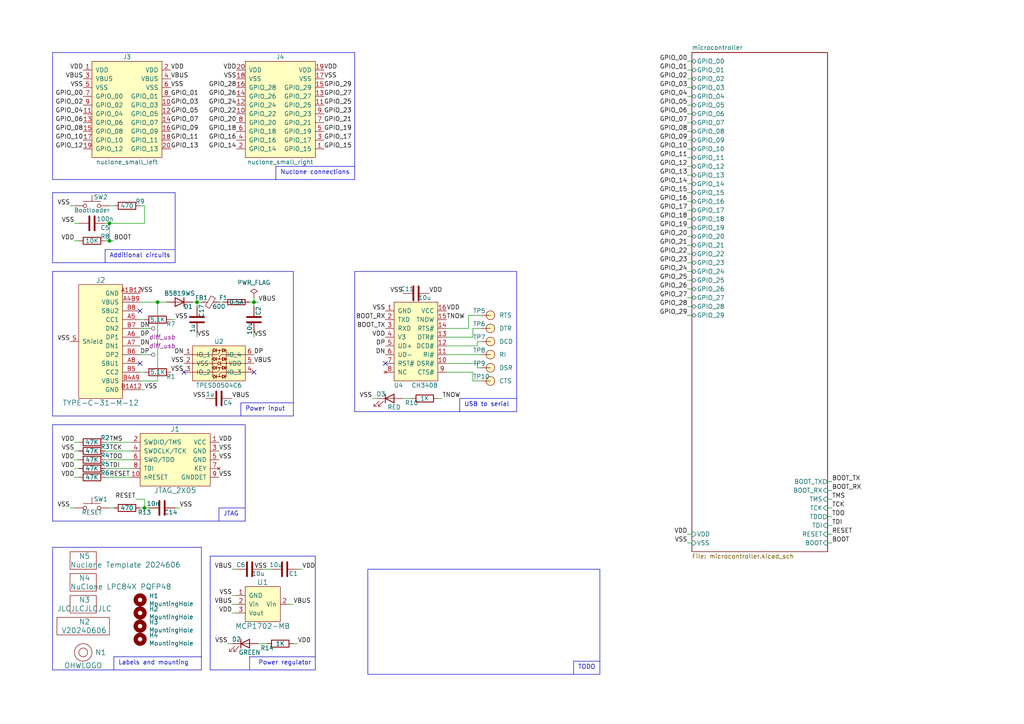
<source format=kicad_sch>
(kicad_sch (version 20230121) (generator eeschema)
  (paper "A4")
  (lib_symbols
    (symbol "Device:C" (pin_numbers hide) (pin_names (offset 0.254))
      (property "Reference" "C" (at 0.635 2.54 0))
      (property "Value" "C" (at 0.635 -2.54 0))
      (symbol "C_0_1"
        (polyline (pts (xy -2.032 -0.762) (xy 2.032 -0.762)) (stroke (width 0.508)))
        (polyline (pts (xy -2.032 0.762) (xy 2.032 0.762)) (stroke (width 0.508)))
      )
      (symbol "C_1_1"
        (pin passive line (at 0 3.81 270) (length 2.794) (name "~") (number "1"))
        (pin passive line (at 0 -3.81 90) (length 2.794) (name "~") (number "2"))
      )
    )
    (symbol "Device:D" (pin_numbers hide) (pin_names (offset 1.016) hide)
      (property "Reference" "D" (at 0 2.54 0))
      (property "Value" "D" (at 0 -2.54 0))
      (symbol "D_0_1"
        (polyline (pts (xy -1.27 1.27) (xy -1.27 -1.27)) (stroke (width 0.254)))
        (polyline (pts (xy 1.27 0) (xy -1.27 0)))
        (polyline (pts (xy 1.27 1.27) (xy 1.27 -1.27) (xy -1.27 0) (xy 1.27 1.27)) (stroke (width 0.254)))
      )
      (symbol "D_1_1"
        (pin passive line (at -3.81 0 0) (length 2.54) (name "K") (number "1"))
        (pin passive line (at 3.81 0 180) (length 2.54) (name "A") (number "2"))
      )
    )
    (symbol "Device:FerriteBead_Small" (pin_numbers hide) (pin_names (offset 0))
      (property "Reference" "FB" (at 1.905 1.27 0))
      (property "Value" "FerriteBead_Small" (at 1.905 -1.27 0))
      (symbol "FerriteBead_Small_0_1"
        (polyline (pts (xy 0 -1.27) (xy 0 -0.7874)))
        (polyline (pts (xy 0 0.889) (xy 0 1.2954)))
        (polyline (pts (xy -1.8288 0.2794) (xy -1.1176 1.4986) (xy 1.8288 -0.2032) (xy 1.1176 -1.4224) (xy -1.8288 0.2794)))
      )
      (symbol "FerriteBead_Small_1_1"
        (pin passive line (at 0 2.54 270) (length 1.27) (name "~") (number "1"))
        (pin passive line (at 0 -2.54 90) (length 1.27) (name "~") (number "2"))
      )
    )
    (symbol "Device:Fuse" (pin_numbers hide) (pin_names (offset 0))
      (property "Reference" "F" (at 2.032 0 90))
      (property "Value" "Fuse" (at -1.905 0 90))
      (symbol "Fuse_0_1"
        (rectangle (start -0.762 -2.54) (end 0.762 2.54) (stroke (width 0.254)))
        (polyline (pts (xy 0 2.54) (xy 0 -2.54)))
      )
      (symbol "Fuse_1_1"
        (pin passive line (at 0 3.81 270) (length 1.27) (name "~") (number "1"))
        (pin passive line (at 0 -3.81 90) (length 1.27) (name "~") (number "2"))
      )
    )
    (symbol "Device:LED" (pin_numbers hide) (pin_names (offset 1.016) hide)
      (property "Reference" "D" (at 0 2.54 0))
      (property "Value" "LED" (at 0 -2.54 0))
      (symbol "LED_0_1"
        (polyline (pts (xy -1.27 -1.27) (xy -1.27 1.27)) (stroke (width 0.254)))
        (polyline (pts (xy -1.27 0) (xy 1.27 0)))
        (polyline (pts (xy 1.27 -1.27) (xy 1.27 1.27) (xy -1.27 0) (xy 1.27 -1.27)) (stroke (width 0.254)))
        (polyline (pts (xy -3.048 -0.762) (xy -4.572 -2.286) (xy -3.81 -2.286) (xy -4.572 -2.286) (xy -4.572 -1.524)))
        (polyline (pts (xy -1.778 -0.762) (xy -3.302 -2.286) (xy -2.54 -2.286) (xy -3.302 -2.286) (xy -3.302 -1.524)))
      )
      (symbol "LED_1_1"
        (pin passive line (at -3.81 0 0) (length 2.54) (name "K") (number "1"))
        (pin passive line (at 3.81 0 180) (length 2.54) (name "A") (number "2"))
      )
    )
    (symbol "Device:R" (pin_numbers hide) (pin_names (offset 0))
      (property "Reference" "R" (at 2.032 0 90))
      (property "Value" "R" (at 0 0 90))
      (symbol "R_0_1"
        (rectangle (start -1.016 -2.54) (end 1.016 2.54) (stroke (width 0.254)))
      )
      (symbol "R_1_1"
        (pin passive line (at 0 3.81 270) (length 1.27) (name "~") (number "1"))
        (pin passive line (at 0 -3.81 90) (length 1.27) (name "~") (number "2"))
      )
    )
    (symbol "Mechanical:MountingHole" (pin_names (offset 1.016))
      (property "Reference" "H" (at 0 5.08 0))
      (property "Value" "MountingHole" (at 0 3.175 0))
      (symbol "MountingHole_0_1"
        (circle (center 0 0) (radius 1.27) (stroke (width 1.27)))
      )
    )
    (symbol "SquantorConnectorsNamed:JTAG_2X05_IN" (pin_names (offset 1.016))
      (property "Reference" "J" (at 0 8.89 0))
      (property "Value" "JTAG_2X05_IN" (at 0 -8.89 0))
      (symbol "JTAG_2X05_IN_0_1"
        (rectangle (start -10.16 7.62) (end 10.16 -7.62) (fill (type background)))
      )
      (symbol "JTAG_2X05_IN_1_1"
        (pin power_in line (at 12.7 5.08 180) (length 2.54) (name "VCC") (number "1"))
        (pin open_collector line (at -12.7 -5.08 0) (length 2.54) (name "nRESET") (number "10"))
        (pin bidirectional line (at -12.7 5.08 0) (length 2.54) (name "SWDIO/TMS") (number "2"))
        (pin power_in line (at 12.7 2.54 180) (length 2.54) (name "GND") (number "3"))
        (pin output line (at -12.7 2.54 0) (length 2.54) (name "SWDCLK/TCK") (number "4"))
        (pin power_in line (at 12.7 0 180) (length 2.54) (name "GND") (number "5"))
        (pin output line (at -12.7 0 0) (length 2.54) (name "SWO/TDO") (number "6"))
        (pin no_connect line (at 12.7 -2.54 180) (length 2.54) (name "KEY") (number "7"))
        (pin input line (at -12.7 -2.54 0) (length 2.54) (name "TDI") (number "8"))
        (pin power_in line (at 12.7 -5.08 180) (length 2.54) (name "GNDDET") (number "9"))
      )
    )
    (symbol "SquantorConnectorsNamed:nuclone_small_left" (pin_names (offset 1.016))
      (property "Reference" "J" (at 0 15.24 0))
      (property "Value" "nuclone_small_left" (at 0 -15.24 0))
      (symbol "nuclone_small_left_0_1"
        (rectangle (start -10.16 13.97) (end 10.16 -13.97) (fill (type background)))
      )
      (symbol "nuclone_small_left_1_1"
        (pin power_in line (at -12.7 11.43 0) (length 2.54) (name "VDD") (number "1"))
        (pin bidirectional line (at 12.7 1.27 180) (length 2.54) (name "GPIO_03") (number "10"))
        (pin bidirectional line (at -12.7 -1.27 0) (length 2.54) (name "GPIO_04") (number "11"))
        (pin bidirectional line (at 12.7 -1.27 180) (length 2.54) (name "GPIO_05") (number "12"))
        (pin bidirectional line (at -12.7 -3.81 0) (length 2.54) (name "GPIO_06") (number "13"))
        (pin bidirectional line (at 12.7 -3.81 180) (length 2.54) (name "GPIO_07") (number "14"))
        (pin bidirectional line (at -12.7 -6.35 0) (length 2.54) (name "GPIO_08") (number "15"))
        (pin bidirectional line (at 12.7 -6.35 180) (length 2.54) (name "GPIO_09") (number "16"))
        (pin bidirectional line (at -12.7 -8.89 0) (length 2.54) (name "GPIO_10") (number "17"))
        (pin bidirectional line (at 12.7 -8.89 180) (length 2.54) (name "GPIO_11") (number "18"))
        (pin bidirectional line (at -12.7 -11.43 0) (length 2.54) (name "GPIO_12") (number "19"))
        (pin power_in line (at 12.7 11.43 180) (length 2.54) (name "VDD") (number "2"))
        (pin bidirectional line (at 12.7 -11.43 180) (length 2.54) (name "GPIO_13") (number "20"))
        (pin power_in line (at -12.7 8.89 0) (length 2.54) (name "VBUS") (number "3"))
        (pin power_in line (at 12.7 8.89 180) (length 2.54) (name "VBUS") (number "4"))
        (pin power_in line (at -12.7 6.35 0) (length 2.54) (name "VSS") (number "5"))
        (pin power_in line (at 12.7 6.35 180) (length 2.54) (name "VSS") (number "6"))
        (pin bidirectional line (at -12.7 3.81 0) (length 2.54) (name "GPIO_00") (number "7"))
        (pin bidirectional line (at 12.7 3.81 180) (length 2.54) (name "GPIO_01") (number "8"))
        (pin bidirectional line (at -12.7 1.27 0) (length 2.54) (name "GPIO_02") (number "9"))
      )
    )
    (symbol "SquantorConnectorsNamed:nuclone_small_right" (pin_names (offset 1.016))
      (property "Reference" "J" (at 0 -15.24 0))
      (property "Value" "nuclone_small_right" (at 0 15.24 0))
      (symbol "nuclone_small_right_0_1"
        (rectangle (start 10.16 -13.97) (end -10.16 13.97) (fill (type background)))
      )
      (symbol "nuclone_small_right_1_1"
        (pin bidirectional line (at 12.7 -11.43 180) (length 2.54) (name "GPIO_15") (number "1"))
        (pin bidirectional line (at -12.7 -1.27 0) (length 2.54) (name "GPIO_22") (number "10"))
        (pin bidirectional line (at 12.7 1.27 180) (length 2.54) (name "GPIO_25") (number "11"))
        (pin bidirectional line (at -12.7 1.27 0) (length 2.54) (name "GPIO_24") (number "12"))
        (pin bidirectional line (at 12.7 3.81 180) (length 2.54) (name "GPIO_27") (number "13"))
        (pin bidirectional line (at -12.7 3.81 0) (length 2.54) (name "GPIO_26") (number "14"))
        (pin bidirectional line (at 12.7 6.35 180) (length 2.54) (name "GPIO_29") (number "15"))
        (pin bidirectional line (at -12.7 6.35 0) (length 2.54) (name "GPIO_28") (number "16"))
        (pin power_in line (at 12.7 8.89 180) (length 2.54) (name "VSS") (number "17"))
        (pin power_in line (at -12.7 8.89 0) (length 2.54) (name "VSS") (number "18"))
        (pin power_in line (at 12.7 11.43 180) (length 2.54) (name "VDD") (number "19"))
        (pin bidirectional line (at -12.7 -11.43 0) (length 2.54) (name "GPIO_14") (number "2"))
        (pin power_in line (at -12.7 11.43 0) (length 2.54) (name "VDD") (number "20"))
        (pin bidirectional line (at 12.7 -8.89 180) (length 2.54) (name "GPIO_17") (number "3"))
        (pin bidirectional line (at -12.7 -8.89 0) (length 2.54) (name "GPIO_16") (number "4"))
        (pin bidirectional line (at 12.7 -6.35 180) (length 2.54) (name "GPIO_19") (number "5"))
        (pin bidirectional line (at -12.7 -6.35 0) (length 2.54) (name "GPIO_18") (number "6"))
        (pin bidirectional line (at 12.7 -3.81 180) (length 2.54) (name "GPIO_21") (number "7"))
        (pin bidirectional line (at -12.7 -3.81 0) (length 2.54) (name "GPIO_20") (number "8"))
        (pin bidirectional line (at 12.7 -1.27 180) (length 2.54) (name "GPIO_23") (number "9"))
      )
    )
    (symbol "SquantorDevice:TVS_4_Array" (pin_names (offset 1.016))
      (property "Reference" "U" (at 0 7.62 0))
      (property "Value" "TVS_4_Array" (at 0 -5.08 0))
      (symbol "TVS_4_Array_0_1"
        (rectangle (start -7.62 6.35) (end 7.62 -3.81) (fill (type background)))
        (circle (center -1.905 0) (radius 0.127))
        (circle (center -1.905 1.27) (radius 0.127))
        (circle (center -1.905 2.54) (radius 0.127))
        (polyline (pts (xy -7.62 1.27) (xy -0.254 1.27)))
        (polyline (pts (xy -1.905 5.08) (xy -1.905 -2.54)))
        (polyline (pts (xy -1.524 -2.54) (xy -1.905 -2.54)))
        (polyline (pts (xy -1.524 0) (xy -1.905 0)))
        (polyline (pts (xy -1.524 2.54) (xy -1.905 2.54)))
        (polyline (pts (xy -1.524 5.08) (xy -1.905 5.08)))
        (polyline (pts (xy -0.762 -2.54) (xy 1.016 -2.54)))
        (polyline (pts (xy -0.762 -2.032) (xy -0.762 -3.048)))
        (polyline (pts (xy -0.762 -2.032) (xy -0.762 -3.048)))
        (polyline (pts (xy -0.762 0) (xy 1.016 0)))
        (polyline (pts (xy -0.762 0.508) (xy -0.762 -0.508)))
        (polyline (pts (xy -0.762 0.508) (xy -0.762 -0.508)))
        (polyline (pts (xy -0.762 2.54) (xy 1.016 2.54)))
        (polyline (pts (xy -0.762 3.048) (xy -0.762 2.032)))
        (polyline (pts (xy -0.762 3.048) (xy -0.762 2.032)))
        (polyline (pts (xy -0.762 5.08) (xy 1.016 5.08)))
        (polyline (pts (xy -0.762 5.588) (xy -0.762 4.572)))
        (polyline (pts (xy -0.762 5.588) (xy -0.762 4.572)))
        (polyline (pts (xy 0.508 1.27) (xy 7.62 1.27)))
        (polyline (pts (xy 1.778 -2.54) (xy 2.159 -2.54)))
        (polyline (pts (xy 1.778 -2.032) (xy 1.778 -3.048)))
        (polyline (pts (xy 1.778 -2.032) (xy 1.778 -3.048)))
        (polyline (pts (xy 1.778 0) (xy 2.159 0)))
        (polyline (pts (xy 1.778 0.508) (xy 1.778 -0.508)))
        (polyline (pts (xy 1.778 0.508) (xy 1.778 -0.508)))
        (polyline (pts (xy 1.778 2.54) (xy 2.159 2.54)))
        (polyline (pts (xy 1.778 3.048) (xy 1.778 2.032)))
        (polyline (pts (xy 1.778 3.048) (xy 1.778 2.032)))
        (polyline (pts (xy 1.778 5.08) (xy 2.159 5.08)))
        (polyline (pts (xy 1.778 5.588) (xy 1.778 4.572)))
        (polyline (pts (xy 1.778 5.588) (xy 1.778 4.572)))
        (polyline (pts (xy 2.159 5.08) (xy 2.159 -2.54)))
        (polyline (pts (xy 0.508 1.27) (xy 0.508 0.762) (xy 0.635 0.635)))
        (polyline (pts (xy 0.508 1.27) (xy 0.508 1.778) (xy 0.381 1.905)))
        (polyline (pts (xy -7.62 -1.27) (xy -0.381 -1.27) (xy 0.127 -0.762) (xy 0.127 0)))
        (polyline (pts (xy -7.62 3.81) (xy -0.381 3.81) (xy 0.127 4.318) (xy 0.127 5.08)))
        (polyline (pts (xy 0.508 1.27) (xy -0.254 1.778) (xy -0.254 0.762) (xy 0.508 1.27)))
        (polyline (pts (xy 7.62 -1.27) (xy 0.635 -1.27) (xy 0.127 -1.778) (xy 0.127 -2.413)))
        (polyline (pts (xy 7.62 3.81) (xy 0.635 3.81) (xy 0.127 3.302) (xy 0.127 2.667)))
        (circle (center 0.127 -2.54) (radius 0.127))
        (circle (center 0.127 0) (radius 0.127))
        (circle (center 0.127 2.54) (radius 0.127))
        (circle (center 0.127 5.08) (radius 0.127))
        (circle (center 2.159 0) (radius 0.127))
        (circle (center 2.159 1.27) (radius 0.127))
        (circle (center 2.159 2.54) (radius 0.127))
      )
      (symbol "TVS_4_Array_1_1"
        (polyline (pts (xy -0.762 -2.54) (xy -1.524 -2.032) (xy -1.524 -3.048) (xy -0.762 -2.54)))
        (polyline (pts (xy -0.762 -2.54) (xy -1.524 -2.032) (xy -1.524 -3.048) (xy -0.762 -2.54)))
        (polyline (pts (xy -0.762 0) (xy -1.524 0.508) (xy -1.524 -0.508) (xy -0.762 0)))
        (polyline (pts (xy -0.762 0) (xy -1.524 0.508) (xy -1.524 -0.508) (xy -0.762 0)))
        (polyline (pts (xy -0.762 2.54) (xy -1.524 3.048) (xy -1.524 2.032) (xy -0.762 2.54)))
        (polyline (pts (xy -0.762 2.54) (xy -1.524 3.048) (xy -1.524 2.032) (xy -0.762 2.54)))
        (polyline (pts (xy -0.762 5.08) (xy -1.524 5.588) (xy -1.524 4.572) (xy -0.762 5.08)))
        (polyline (pts (xy -0.762 5.08) (xy -1.524 5.588) (xy -1.524 4.572) (xy -0.762 5.08)))
        (polyline (pts (xy 1.778 -2.54) (xy 1.016 -2.032) (xy 1.016 -3.048) (xy 1.778 -2.54)))
        (polyline (pts (xy 1.778 -2.54) (xy 1.016 -2.032) (xy 1.016 -3.048) (xy 1.778 -2.54)))
        (polyline (pts (xy 1.778 0) (xy 1.016 0.508) (xy 1.016 -0.508) (xy 1.778 0)))
        (polyline (pts (xy 1.778 0) (xy 1.016 0.508) (xy 1.016 -0.508) (xy 1.778 0)))
        (polyline (pts (xy 1.778 2.54) (xy 1.016 3.048) (xy 1.016 2.032) (xy 1.778 2.54)))
        (polyline (pts (xy 1.778 2.54) (xy 1.016 3.048) (xy 1.016 2.032) (xy 1.778 2.54)))
        (polyline (pts (xy 1.778 5.08) (xy 1.016 5.588) (xy 1.016 4.572) (xy 1.778 5.08)))
        (polyline (pts (xy 1.778 5.08) (xy 1.016 5.588) (xy 1.016 4.572) (xy 1.778 5.08)))
        (pin passive line (at -10.16 3.81 0) (length 2.54) (name "IO_1") (number "1"))
        (pin power_in line (at -10.16 1.27 0) (length 2.54) (name "VSS") (number "2"))
        (pin passive line (at -10.16 -1.27 0) (length 2.54) (name "IO_2") (number "3"))
        (pin passive line (at 10.16 -1.27 180) (length 2.54) (name "IO_3") (number "4"))
        (pin power_in line (at 10.16 1.27 180) (length 2.54) (name "VDD") (number "5"))
        (pin passive line (at 10.16 3.81 180) (length 2.54) (name "IO_4") (number "6"))
      )
    )
    (symbol "SquantorLabels:Label" (pin_names (offset 1.016))
      (property "Reference" "N" (at 0 1.27 0))
      (property "Value" "Label" (at 0 -1.27 0))
      (symbol "Label_0_1"
        (rectangle (start -3.81 2.54) (end 3.81 -2.54))
      )
    )
    (symbol "SquantorLabels:OHWLOGO" (pin_names (offset 1.016))
      (property "Reference" "N" (at 0 3.81 0))
      (property "Value" "OHWLOGO" (at 0 -3.81 0))
      (symbol "OHWLOGO_0_1"
        (circle (center 0 0) (radius 1.27))
        (circle (center 0 0) (radius 2.54))
      )
    )
    (symbol "SquantorLabels:VYYYYMMDD" (pin_names (offset 1.016))
      (property "Reference" "N" (at 0 2.54 0))
      (property "Value" "VYYYYMMDD" (at 0 0 0))
      (symbol "VYYYYMMDD_0_1"
        (rectangle (start 7.62 -1.27) (end -7.62 3.81))
      )
    )
    (symbol "SquantorMicrochip:MCP1702-MB" (pin_names (offset 1.016))
      (property "Reference" "U" (at 0 6.35 0))
      (property "Value" "MCP1702-MB" (at 0 -6.35 0))
      (symbol "MCP1702-MB_0_1"
        (rectangle (start -5.08 5.08) (end 5.08 -5.08) (fill (type background)))
      )
      (symbol "MCP1702-MB_1_1"
        (pin power_in line (at -7.62 2.54 0) (length 2.54) (name "GND") (number "1"))
        (pin power_in line (at -7.62 0 0) (length 2.54) (name "Vin") (number "2"))
        (pin power_in line (at 7.62 0 180) (length 2.54) (name "Vin") (number "2"))
        (pin power_out line (at -7.62 -2.54 0) (length 2.54) (name "Vout") (number "3"))
      )
    )
    (symbol "SquantorProto:testpad" (pin_numbers hide) (pin_names (offset 1.016) hide)
      (property "Reference" "TP" (at 0 2.54 0))
      (property "Value" "testpad" (at 0 -2.54 0))
      (symbol "testpad_0_1"
        (circle (center 0 0) (radius 1.27) (fill (type background)))
      )
      (symbol "testpad_1_1"
        (pin passive line (at -2.54 0 0) (length 2.54) (name "1") (number "1"))
      )
    )
    (symbol "SquantorUsb:USB-C_PD_USB" (pin_names (offset 1.016))
      (property "Reference" "J" (at 0 17.78 0))
      (property "Value" "USB-C_PD_USB" (at 0 -17.78 0))
      (symbol "USB-C_PD_USB_0_1"
        (rectangle (start 6.35 16.51) (end -6.35 -16.51) (fill (type background)))
      )
      (symbol "USB-C_PD_USB_1_1"
        (pin power_out line (at 11.43 13.97 180) (length 5.08) (name "GND") (number "A1B12"))
        (pin power_out line (at 11.43 11.43 180) (length 5.08) (name "VBUS") (number "A4B9"))
        (pin bidirectional line (at 11.43 6.35 180) (length 5.08) (name "CC1") (number "A5"))
        (pin bidirectional line (at 11.43 1.27 180) (length 5.08) (name "DP1") (number "A6"))
        (pin bidirectional line (at 11.43 -1.27 180) (length 5.08) (name "DN1") (number "A7"))
        (pin bidirectional line (at 11.43 -6.35 180) (length 5.08) (name "SBU1") (number "A8"))
        (pin passive line (at 11.43 -13.97 180) (length 5.08) (name "GND") (number "B1A12"))
        (pin passive line (at 11.43 -11.43 180) (length 5.08) (name "VBUS") (number "B4A9"))
        (pin bidirectional line (at 11.43 -8.89 180) (length 5.08) (name "CC2") (number "B5"))
        (pin bidirectional line (at 11.43 -3.81 180) (length 5.08) (name "DP2") (number "B6"))
        (pin bidirectional line (at 11.43 3.81 180) (length 5.08) (name "DN2") (number "B7"))
        (pin bidirectional line (at 11.43 8.89 180) (length 5.08) (name "SBU2") (number "B8"))
        (pin passive line (at -8.89 0 0) (length 2.54) (name "Shield") (number "S"))
      )
    )
    (symbol "SquantorWCH:CH340B" (pin_names (offset 1.016))
      (property "Reference" "U" (at 0 12.7 0))
      (property "Value" "CH340B" (at 0 -12.7 0))
      (symbol "CH340B_0_1"
        (rectangle (start -6.35 11.43) (end 6.35 -11.43) (fill (type background)))
      )
      (symbol "CH340B_1_1"
        (pin power_in line (at -8.89 8.89 0) (length 2.54) (name "GND") (number "1"))
        (pin input line (at 8.89 -6.35 180) (length 2.54) (name "DSR#") (number "10"))
        (pin input line (at 8.89 -3.81 180) (length 2.54) (name "RI#") (number "11"))
        (pin input line (at 8.89 -1.27 180) (length 2.54) (name "DCD#") (number "12"))
        (pin output line (at 8.89 1.27 180) (length 2.54) (name "DTR#") (number "13"))
        (pin output line (at 8.89 3.81 180) (length 2.54) (name "RTS#") (number "14"))
        (pin output line (at 8.89 6.35 180) (length 2.54) (name "TNOW") (number "15"))
        (pin power_in line (at 8.89 8.89 180) (length 2.54) (name "VCC") (number "16"))
        (pin output line (at -8.89 6.35 0) (length 2.54) (name "TXD") (number "2"))
        (pin input line (at -8.89 3.81 0) (length 2.54) (name "RXD") (number "3"))
        (pin passive line (at -8.89 1.27 0) (length 2.54) (name "V3") (number "4"))
        (pin bidirectional line (at -8.89 -1.27 0) (length 2.54) (name "UD+") (number "5"))
        (pin bidirectional line (at -8.89 -3.81 0) (length 2.54) (name "UD-") (number "6"))
        (pin input line (at -8.89 -6.35 0) (length 2.54) (name "RST#") (number "7"))
        (pin no_connect line (at -8.89 -8.89 0) (length 2.54) (name "NC") (number "8"))
        (pin input line (at 8.89 -8.89 180) (length 2.54) (name "CTS#") (number "9"))
      )
    )
    (symbol "Switch:SW_Push" (pin_numbers hide) (pin_names (offset 1.016) hide)
      (property "Reference" "SW" (at 1.27 2.54 0))
      (property "Value" "SW_Push" (at 0 -1.524 0))
      (symbol "SW_Push_0_1"
        (circle (center -2.032 0) (radius 0.508))
        (polyline (pts (xy 0 1.27) (xy 0 3.048)))
        (polyline (pts (xy 2.54 1.27) (xy -2.54 1.27)))
        (circle (center 2.032 0) (radius 0.508))
        (pin passive line (at -5.08 0 0) (length 2.54) (name "1") (number "1"))
        (pin passive line (at 5.08 0 180) (length 2.54) (name "2") (number "2"))
      )
    )
    (symbol "power:PWR_FLAG" (power) (pin_numbers hide) (pin_names (offset 0) hide)
      (property "Value" "PWR_FLAG" (at 0 3.81 0))
      (symbol "PWR_FLAG_0_0"
        (pin power_out line (at 0 0 90) (length 0) (name "pwr") (number "1"))
      )
      (symbol "PWR_FLAG_0_1"
        (polyline (pts (xy 0 0) (xy 0 1.27) (xy -1.016 1.905) (xy 0 2.54) (xy 1.016 1.905) (xy 0 1.27)))
      )
    )
  )
  (junction (at 31.75 69.85))
  (junction (at 41.91 147.32))
  (junction (at 73.66 87.63))
  (junction (at 31.75 64.77))
  (junction (at 57.15 87.63))
  (junction (at 45.72 87.63))
  (no_connect (at 73.66 107.95))
  (no_connect (at 111.76 105.41))
  (no_connect (at 40.64 90.17))
  (no_connect (at 40.64 105.41))
  (no_connect (at 53.34 107.95))
  (wire (pts (xy 240.03 139.7) (xy 241.3 139.7)))
  (wire (pts (xy 55.88 87.63) (xy 57.15 87.63)))
  (wire (pts (xy 200.66 20.32) (xy 199.39 20.32)))
  (wire (pts (xy 68.58 175.26) (xy 67.31 175.26)))
  (wire (pts (xy 40.64 95.25) (xy 43.18 95.25)))
  (wire (pts (xy 40.64 102.87) (xy 43.18 102.87)))
  (wire (pts (xy 199.39 33.02) (xy 200.66 33.02)))
  (polyline (pts (xy 15.24 151.13) (xy 71.12 151.13)))
  (wire (pts (xy 200.66 35.56) (xy 199.39 35.56)))
  (wire (pts (xy 240.03 157.48) (xy 241.3 157.48)))
  (polyline (pts (xy 106.68 165.1) (xy 173.99 165.1)))
  (wire (pts (xy 138.43 105.41) (xy 129.54 105.41)))
  (polyline (pts (xy 15.24 194.31) (xy 58.42 194.31)))
  (wire (pts (xy 73.66 86.36) (xy 73.66 87.63)))
  (wire (pts (xy 200.66 30.48) (xy 199.39 30.48)))
  (polyline (pts (xy 72.39 190.5) (xy 72.39 194.31)))
  (wire (pts (xy 31.75 147.32) (xy 33.02 147.32)))
  (wire (pts (xy 129.54 97.79) (xy 137.16 97.79)))
  (polyline (pts (xy 15.24 55.88) (xy 15.24 76.2)))
  (polyline (pts (xy 80.01 48.26) (xy 80.01 52.07)))
  (wire (pts (xy 30.48 138.43) (xy 38.1 138.43)))
  (wire (pts (xy 139.7 99.06) (xy 138.43 99.06)))
  (polyline (pts (xy 15.24 158.75) (xy 15.24 194.31)))
  (wire (pts (xy 57.15 87.63) (xy 58.42 87.63)))
  (wire (pts (xy 199.39 38.1) (xy 200.66 38.1)))
  (wire (pts (xy 57.15 87.63) (xy 57.15 88.9)))
  (wire (pts (xy 45.72 87.63) (xy 48.26 87.63)))
  (polyline (pts (xy 85.09 116.84) (xy 69.85 116.84)))
  (wire (pts (xy 67.31 186.69) (xy 66.04 186.69)))
  (wire (pts (xy 139.7 95.25) (xy 137.16 95.25)))
  (polyline (pts (xy 71.12 151.13) (xy 71.12 123.19)))
  (polyline (pts (xy 71.12 147.32) (xy 63.5 147.32)))
  (wire (pts (xy 30.48 128.27) (xy 38.1 128.27)))
  (polyline (pts (xy 102.87 48.26) (xy 80.01 48.26)))
  (wire (pts (xy 41.91 147.32) (xy 43.18 147.32)))
  (polyline (pts (xy 15.24 52.07) (xy 102.87 52.07)))
  (polyline (pts (xy 60.96 194.31) (xy 91.44 194.31)))
  (polyline (pts (xy 106.68 195.58) (xy 106.68 165.1)))
  (wire (pts (xy 73.66 87.63) (xy 73.66 88.9)))
  (wire (pts (xy 41.91 107.95) (xy 40.64 107.95)))
  (polyline (pts (xy 71.12 123.19) (xy 15.24 123.19)))
  (polyline (pts (xy 173.99 165.1) (xy 173.99 195.58)))
  (wire (pts (xy 41.91 64.77) (xy 31.75 64.77)))
  (wire (pts (xy 135.89 91.44) (xy 135.89 95.25)))
  (wire (pts (xy 139.7 106.68) (xy 138.43 106.68)))
  (polyline (pts (xy 50.8 72.39) (xy 30.48 72.39)))
  (wire (pts (xy 31.75 69.85) (xy 31.75 64.77)))
  (wire (pts (xy 41.91 59.69) (xy 41.91 64.77)))
  (polyline (pts (xy 149.86 119.38) (xy 149.86 78.74)))
  (wire (pts (xy 199.39 83.82) (xy 200.66 83.82)))
  (wire (pts (xy 22.86 135.89) (xy 21.59 135.89)))
  (wire (pts (xy 85.09 175.26) (xy 83.82 175.26)))
  (wire (pts (xy 30.48 133.35) (xy 38.1 133.35)))
  (wire (pts (xy 67.31 165.1) (xy 68.58 165.1)))
  (polyline (pts (xy 149.86 115.57) (xy 133.35 115.57)))
  (polyline (pts (xy 102.87 52.07) (xy 102.87 15.24)))
  (polyline (pts (xy 30.48 72.39) (xy 30.48 76.2)))
  (wire (pts (xy 22.86 130.81) (xy 21.59 130.81)))
  (polyline (pts (xy 15.24 123.19) (xy 15.24 151.13)))
  (wire (pts (xy 21.59 69.85) (xy 22.86 69.85)))
  (wire (pts (xy 199.39 73.66) (xy 200.66 73.66)))
  (polyline (pts (xy 50.8 55.88) (xy 15.24 55.88)))
  (wire (pts (xy 137.16 107.95) (xy 129.54 107.95)))
  (wire (pts (xy 199.39 88.9) (xy 200.66 88.9)))
  (wire (pts (xy 240.03 144.78) (xy 241.3 144.78)))
  (wire (pts (xy 200.66 76.2) (xy 199.39 76.2)))
  (polyline (pts (xy 15.24 15.24) (xy 15.24 52.07)))
  (wire (pts (xy 74.93 87.63) (xy 73.66 87.63)))
  (wire (pts (xy 40.64 59.69) (xy 41.91 59.69)))
  (polyline (pts (xy 149.86 78.74) (xy 102.87 78.74)))
  (wire (pts (xy 21.59 138.43) (xy 22.86 138.43)))
  (wire (pts (xy 30.48 130.81) (xy 38.1 130.81)))
  (wire (pts (xy 73.66 87.63) (xy 72.39 87.63)))
  (polyline (pts (xy 60.96 161.29) (xy 60.96 194.31)))
  (wire (pts (xy 41.91 144.78) (xy 41.91 147.32)))
  (wire (pts (xy 20.32 59.69) (xy 21.59 59.69)))
  (polyline (pts (xy 102.87 78.74) (xy 102.87 119.38)))
  (wire (pts (xy 30.48 69.85) (xy 31.75 69.85)))
  (wire (pts (xy 240.03 154.94) (xy 241.3 154.94)))
  (wire (pts (xy 200.66 40.64) (xy 199.39 40.64)))
  (wire (pts (xy 31.75 59.69) (xy 33.02 59.69)))
  (wire (pts (xy 31.75 64.77) (xy 30.48 64.77)))
  (polyline (pts (xy 58.42 190.5) (xy 33.02 190.5)))
  (wire (pts (xy 21.59 133.35) (xy 22.86 133.35)))
  (wire (pts (xy 240.03 142.24) (xy 241.3 142.24)))
  (wire (pts (xy 200.66 55.88) (xy 199.39 55.88)))
  (wire (pts (xy 241.3 147.32) (xy 240.03 147.32)))
  (wire (pts (xy 128.27 115.57) (xy 127 115.57)))
  (polyline (pts (xy 102.87 119.38) (xy 149.86 119.38)))
  (wire (pts (xy 50.8 92.71) (xy 49.53 92.71)))
  (polyline (pts (xy 91.44 161.29) (xy 60.96 161.29)))
  (polyline (pts (xy 85.09 78.74) (xy 15.24 78.74)))
  (wire (pts (xy 63.5 87.63) (xy 64.77 87.63)))
  (wire (pts (xy 240.03 149.86) (xy 241.3 149.86)))
  (polyline (pts (xy 63.5 147.32) (xy 63.5 151.13)))
  (wire (pts (xy 200.66 157.48) (xy 199.39 157.48)))
  (wire (pts (xy 52.07 147.32) (xy 50.8 147.32)))
  (wire (pts (xy 137.16 95.25) (xy 137.16 97.79)))
  (wire (pts (xy 40.64 87.63) (xy 45.72 87.63)))
  (wire (pts (xy 57.15 96.52) (xy 57.15 97.79)))
  (wire (pts (xy 135.89 95.25) (xy 129.54 95.25)))
  (wire (pts (xy 40.64 110.49) (xy 45.72 110.49)))
  (wire (pts (xy 21.59 64.77) (xy 22.86 64.77)))
  (wire (pts (xy 21.59 128.27) (xy 22.86 128.27)))
  (wire (pts (xy 200.66 66.04) (xy 199.39 66.04)))
  (polyline (pts (xy 91.44 190.5) (xy 72.39 190.5)))
  (polyline (pts (xy 15.24 78.74) (xy 15.24 120.65)))
  (wire (pts (xy 199.39 78.74) (xy 200.66 78.74)))
  (wire (pts (xy 199.39 68.58) (xy 200.66 68.58)))
  (wire (pts (xy 241.3 152.4) (xy 240.03 152.4)))
  (wire (pts (xy 40.64 92.71) (xy 41.91 92.71)))
  (wire (pts (xy 199.39 48.26) (xy 200.66 48.26)))
  (wire (pts (xy 138.43 106.68) (xy 138.43 105.41)))
  (polyline (pts (xy 102.87 15.24) (xy 15.24 15.24)))
  (wire (pts (xy 138.43 99.06) (xy 138.43 100.33)))
  (wire (pts (xy 199.39 27.94) (xy 200.66 27.94)))
  (wire (pts (xy 20.32 147.32) (xy 21.59 147.32)))
  (polyline (pts (xy 58.42 194.31) (xy 58.42 158.75)))
  (wire (pts (xy 199.39 58.42) (xy 200.66 58.42)))
  (polyline (pts (xy 33.02 190.5) (xy 33.02 194.31)))
  (wire (pts (xy 199.39 22.86) (xy 200.66 22.86)))
  (polyline (pts (xy 85.09 78.74) (xy 85.09 120.65)))
  (wire (pts (xy 200.66 71.12) (xy 199.39 71.12)))
  (wire (pts (xy 67.31 172.72) (xy 68.58 172.72)))
  (wire (pts (xy 139.7 110.49) (xy 137.16 110.49)))
  (wire (pts (xy 109.22 115.57) (xy 107.95 115.57)))
  (wire (pts (xy 76.2 165.1) (xy 78.74 165.1)))
  (wire (pts (xy 39.37 144.78) (xy 41.91 144.78)))
  (wire (pts (xy 200.66 45.72) (xy 199.39 45.72)))
  (polyline (pts (xy 166.37 195.58) (xy 166.37 191.77)))
  (wire (pts (xy 86.36 165.1) (xy 87.63 165.1)))
  (wire (pts (xy 199.39 17.78) (xy 200.66 17.78)))
  (wire (pts (xy 200.66 50.8) (xy 199.39 50.8)))
  (wire (pts (xy 200.66 25.4) (xy 199.39 25.4)))
  (wire (pts (xy 86.36 186.69) (xy 85.09 186.69)))
  (polyline (pts (xy 133.35 115.57) (xy 133.35 119.38)))
  (polyline (pts (xy 69.85 116.84) (xy 69.85 120.65)))
  (polyline (pts (xy 58.42 158.75) (xy 15.24 158.75)))
  (wire (pts (xy 129.54 102.87) (xy 139.7 102.87)))
  (wire (pts (xy 199.39 154.94) (xy 200.66 154.94)))
  (wire (pts (xy 200.66 81.28) (xy 199.39 81.28)))
  (wire (pts (xy 41.91 113.03) (xy 40.64 113.03)))
  (wire (pts (xy 67.31 177.8) (xy 68.58 177.8)))
  (polyline (pts (xy 91.44 194.31) (xy 91.44 161.29)))
  (polyline (pts (xy 15.24 76.2) (xy 50.8 76.2)))
  (polyline (pts (xy 15.24 120.65) (xy 85.09 120.65)))
  (wire (pts (xy 119.38 115.57) (xy 116.84 115.57)))
  (wire (pts (xy 31.75 69.85) (xy 33.02 69.85)))
  (wire (pts (xy 77.47 186.69) (xy 74.93 186.69)))
  (wire (pts (xy 199.39 43.18) (xy 200.66 43.18)))
  (wire (pts (xy 137.16 110.49) (xy 137.16 107.95)))
  (wire (pts (xy 40.64 147.32) (xy 41.91 147.32)))
  (wire (pts (xy 200.66 91.44) (xy 199.39 91.44)))
  (wire (pts (xy 129.54 100.33) (xy 138.43 100.33)))
  (wire (pts (xy 200.66 60.96) (xy 199.39 60.96)))
  (wire (pts (xy 45.72 110.49) (xy 45.72 87.63)))
  (wire (pts (xy 199.39 53.34) (xy 200.66 53.34)))
  (wire (pts (xy 139.7 91.44) (xy 135.89 91.44)))
  (wire (pts (xy 73.66 97.79) (xy 73.66 96.52)))
  (wire (pts (xy 199.39 63.5) (xy 200.66 63.5)))
  (polyline (pts (xy 50.8 76.2) (xy 50.8 55.88)))
  (wire (pts (xy 30.48 135.89) (xy 38.1 135.89)))
  (polyline (pts (xy 173.99 195.58) (xy 106.68 195.58)))
  (polyline (pts (xy 166.37 191.77) (xy 173.99 191.77)))
  (wire (pts (xy 200.66 86.36) (xy 199.39 86.36)))
  (text "Power input" (at 71.12 119.38 0) (effects (font (size 1.27 1.27)) (justify left bottom)))
  (text "Nuclone connections" (at 81.28 50.8 0) (effects (font (size 1.27 1.27)) (justify left bottom)))
  (text "USB to serial" (at 134.62 118.11 0) (effects (font (size 1.27 1.27)) (justify left bottom)))
  (text "Additional circuits" (at 31.75 74.93 0) (effects (font (size 1.27 1.27)) (justify left bottom)))
  (text "TODO" (at 167.64 194.31 0) (effects (font (size 1.27 1.27)) (justify left bottom)))
  (text "Power regulator" (at 74.93 193.04 0) (effects (font (size 1.27 1.27)) (justify left bottom)))
  (text "Labels and mounting" (at 34.29 193.04 0) (effects (font (size 1.27 1.27)) (justify left bottom)))
  (text "JTAG" (at 64.77 149.86 0) (effects (font (size 1.27 1.27)) (justify left bottom)))
  (label "VBUS" (at 73.66 105.41 0))
  (label "GPIO_28" (at 68.58 25.4 180))
  (label "GPIO_19" (at 199.39 66.04 180))
  (label "GPIO_15" (at 199.39 55.88 180))
  (label "GPIO_08" (at 199.39 38.1 180))
  (label "BOOT" (at 241.3 157.48 0))
  (label "GPIO_07" (at 199.39 35.56 180))
  (label "VBUS" (at 74.93 87.63 0))
  (label "VSS" (at 41.91 113.03 0))
  (label "VDD" (at 111.76 97.79 180))
  (label "DN" (at 40.64 100.33 0))
  (label "VBUS" (at 67.31 165.1 180))
  (label "RESET" (at 39.37 144.78 180))
  (label "GPIO_29" (at 93.98 25.4 0))
  (label "GPIO_18" (at 68.58 38.1 180))
  (label "TCK" (at 241.3 147.32 0))
  (label "VSS" (at 50.8 92.71 0))
  (label "GPIO_11" (at 49.53 40.64 0))
  (label "VSS" (at 66.04 186.69 180))
  (label "BOOT_TX" (at 241.3 139.7 0))
  (label "VDD" (at 67.31 177.8 180))
  (label "TMS" (at 31.75 128.27 0))
  (label "VDD" (at 93.98 20.32 0))
  (label "DN" (at 53.34 102.87 180))
  (label "GPIO_02" (at 199.39 22.86 180))
  (label "GPIO_19" (at 93.98 38.1 0))
  (label "TMS" (at 241.3 144.78 0))
  (label "GPIO_03" (at 49.53 30.48 0))
  (label "GPIO_09" (at 199.39 40.64 180))
  (label "VSS" (at 20.32 59.69 180))
  (label "VDD" (at 68.58 20.32 180))
  (label "GPIO_07" (at 49.53 35.56 0))
  (label "BOOT_TX" (at 111.76 95.25 180))
  (label "GPIO_16" (at 199.39 58.42 180))
  (label "VSS" (at 199.39 157.48 180))
  (label "GPIO_12" (at 24.13 43.18 180))
  (label "GPIO_23" (at 93.98 33.02 0))
  (label "GPIO_16" (at 68.58 40.64 180))
  (label "TNOW" (at 128.27 115.57 0))
  (label "VSS" (at 73.66 97.79 0))
  (label "VSS" (at 57.15 97.79 0))
  (label "GPIO_02" (at 24.13 30.48 180))
  (label "GPIO_10" (at 24.13 40.64 180))
  (label "GPIO_26" (at 68.58 27.94 180))
  (label "VSS" (at 52.07 147.32 0))
  (label "GPIO_13" (at 49.53 43.18 0))
  (label "DP" (at 40.64 97.79 0))
  (label "VDD" (at 21.59 133.35 180))
  (label "GPIO_27" (at 93.98 27.94 0))
  (label "VDD" (at 21.59 135.89 180))
  (label "GPIO_25" (at 93.98 30.48 0))
  (label "DP" (at 40.64 102.87 0))
  (label "GPIO_21" (at 93.98 35.56 0))
  (label "GPIO_25" (at 199.39 81.28 180))
  (label "VSS" (at 107.95 115.57 180))
  (label "GPIO_11" (at 199.39 45.72 180))
  (label "GPIO_05" (at 199.39 30.48 180))
  (label "GPIO_21" (at 199.39 71.12 180))
  (label "BOOT_RX" (at 111.76 92.71 180))
  (label "GPIO_20" (at 199.39 68.58 180))
  (label "GPIO_17" (at 199.39 60.96 180))
  (label "VSS" (at 63.5 138.43 0))
  (label "VSS" (at 20.32 147.32 180))
  (label "GPIO_28" (at 199.39 88.9 180))
  (label "GPIO_12" (at 199.39 48.26 180))
  (label "VSS" (at 21.59 64.77 180))
  (label "VSS" (at 93.98 22.86 0))
  (label "GPIO_14" (at 199.39 53.34 180))
  (label "GPIO_01" (at 49.53 27.94 0))
  (label "VSS" (at 77.47 165.1 180))
  (label "TDI" (at 241.3 152.4 0))
  (label "VDD" (at 87.63 165.1 0))
  (label "VSS" (at 63.5 130.81 0))
  (label "VDD" (at 21.59 69.85 180))
  (label "VSS" (at 59.69 115.57 180))
  (label "VDD" (at 49.53 20.32 0))
  (label "VDD" (at 199.39 154.94 180))
  (label "GPIO_09" (at 49.53 38.1 0))
  (label "VSS" (at 53.34 105.41 180))
  (label "DN" (at 111.76 102.87 180))
  (label "TNOW" (at 129.54 92.71 0))
  (label "TCK" (at 31.75 130.81 0))
  (label "VBUS" (at 49.53 22.86 0))
  (label "GPIO_26" (at 199.39 83.82 180))
  (label "TDI" (at 31.75 135.89 0))
  (label "DN" (at 40.64 95.25 0))
  (label "VBUS" (at 67.31 115.57 0))
  (label "GPIO_15" (at 93.98 43.18 0))
  (label "VSS" (at 49.53 25.4 0))
  (label "GPIO_27" (at 199.39 86.36 180))
  (label "GPIO_14" (at 68.58 43.18 180))
  (label "GPIO_18" (at 199.39 63.5 180))
  (label "GPIO_22" (at 68.58 33.02 180))
  (label "GPIO_00" (at 24.13 27.94 180))
  (label "VDD" (at 21.59 138.43 180))
  (label "GPIO_22" (at 199.39 73.66 180))
  (label "GPIO_17" (at 93.98 40.64 0))
  (label "GPIO_24" (at 68.58 30.48 180))
  (label "GPIO_10" (at 199.39 43.18 180))
  (label "GPIO_24" (at 199.39 78.74 180))
  (label "GPIO_08" (at 24.13 38.1 180))
  (label "GPIO_03" (at 199.39 25.4 180))
  (label "VBUS" (at 85.09 175.26 0))
  (label "VDD" (at 129.54 90.17 0))
  (label "RESET" (at 241.3 154.94 0))
  (label "VSS" (at 20.32 99.06 180))
  (label "VDD" (at 24.13 20.32 180))
  (label "VSS" (at 68.58 22.86 180))
  (label "VSS" (at 40.64 85.09 0))
  (label "RESET" (at 31.75 138.43 0))
  (label "TDO" (at 241.3 149.86 0))
  (label "VSS" (at 21.59 130.81 180))
  (label "GPIO_04" (at 24.13 33.02 180))
  (label "VSS" (at 24.13 25.4 180))
  (label "VSS" (at 63.5 133.35 0))
  (label "GPIO_06" (at 199.39 33.02 180))
  (label "GPIO_20" (at 68.58 35.56 180))
  (label "TDO" (at 31.75 133.35 0))
  (label "VBUS" (at 67.31 175.26 180))
  (label "VSS" (at 116.84 85.09 180))
  (label "GPIO_06" (at 24.13 35.56 180))
  (label "DP" (at 73.66 102.87 0))
  (label "GPIO_13" (at 199.39 50.8 180))
  (label "VSS" (at 111.76 90.17 180))
  (label "VSS" (at 67.31 172.72 180))
  (label "VDD" (at 21.59 128.27 180))
  (label "GPIO_00" (at 199.39 17.78 180))
  (label "GPIO_23" (at 199.39 76.2 180))
  (label "GPIO_04" (at 199.39 27.94 180))
  (label "GPIO_29" (at 199.39 91.44 180))
  (label "BOOT" (at 33.02 69.85 0))
  (label "GPIO_05" (at 49.53 33.02 0))
  (label "VDD" (at 86.36 186.69 0))
  (label "VSS" (at 49.53 107.95 0))
  (label "VBUS" (at 24.13 22.86 180))
  (label "VDD" (at 124.46 85.09 0))
  (label "VDD" (at 63.5 128.27 0))
  (label "GPIO_01" (at 199.39 20.32 180))
  (label "BOOT_RX" (at 241.3 142.24 0))
  (label "DP" (at 111.76 100.33 180))
  (netclass_flag "" (length 1.27) (shape round) (at 43.18 95.25 270) (property "Netclass" "diff_usb" (at 43.18 97.79 0) (effects (font italic) (justify left))))
  (netclass_flag "" (length 1.27) (shape round) (at 43.18 102.87 270) (property "Netclass" "diff_usb" (at 43.18 100.33 0) (effects (font italic) (justify left))))
  (symbol (lib_id "SquantorLabels:OHWLOGO") (at 24.13 189.23 0) (unit 1)
    (property "Reference" "N1" (at 29.21 189.23 0) (effects (font (size 1.524 1.524))))
    (property "Value" "OHWLOGO" (at 24.13 193.04 0) (effects (font (size 1.524 1.524))))
    (property "Footprint" "Symbol:OSHW-Symbol_6.7x6mm_SilkScreen" (effects hide))
  )
  (symbol (lib_id "SquantorConnectorsNamed:JTAG_2X05_IN") (at 50.8 133.35 0) (unit 1)
    (property "Reference" "J1" (at 50.8 124.46 0) (effects (font (size 1.524 1.524))))
    (property "Value" "JTAG_2X05" (at 50.8 142.24 0) (effects (font (size 1.524 1.524))))
    (property "Footprint" "SquantorConnectors:Header-0127-2X05-H006" (effects hide))
  )
  (symbol (lib_id "Device:FerriteBead_Small") (at 60.96 87.63 270) (unit 1)
    (property "Reference" "FB1" (at 58.42 86.36 90))
    (property "Value" "600" (at 63.5 88.9 90))
    (property "Footprint" "SquantorInductor:L_0603" (effects hide))
  )
  (symbol (lib_id "Device:Fuse") (at 68.58 87.63 270) (unit 1)
    (property "Reference" "F1" (at 64.77 86.36 90))
    (property "Value" "0.5A" (at 68.58 87.63 90))
    (property "Footprint" "SquantorFuse:F_0603_hand" (effects hide))
  )
  (symbol (lib_id "Device:C") (at 73.66 92.71 180) (unit 1)
    (property "Reference" "C2" (at 74.93 90.17 90))
    (property "Value" "10u" (at 72.39 95.25 90))
    (property "Footprint" "SquantorCapacitor:C_0603" (effects hide))
  )
  (symbol (lib_id "power:PWR_FLAG") (at 73.66 86.36 0) (unit 1)
    (property "Reference" "#FLG01" (effects hide))
    (property "Value" "PWR_FLAG" (at 73.66 81.9658 0))
  )
  (symbol (lib_id "Mechanical:MountingHole") (at 40.64 185.42 0) (unit 1)
    (property "Reference" "H4" (at 43.18 184.2516 0) (effects (justify left)))
    (property "Value" "MountingHole" (at 43.18 186.563 0) (effects (justify left)))
    (property "Footprint" "SquantorPcbOutline:MountingHole_3.2mm_M3_Pad_Via" (effects hide))
  )
  (symbol (lib_id "Mechanical:MountingHole") (at 40.64 181.61 0) (unit 1)
    (property "Reference" "H3" (at 43.18 180.4416 0) (effects (justify left)))
    (property "Value" "MountingHole" (at 43.18 182.753 0) (effects (justify left)))
    (property "Footprint" "SquantorPcbOutline:MountingHole_3.2mm_M3_Pad_Via" (effects hide))
  )
  (symbol (lib_id "Mechanical:MountingHole") (at 40.64 177.8 0) (unit 1)
    (property "Reference" "H2" (at 43.18 176.6316 0) (effects (justify left)))
    (property "Value" "MountingHole" (at 43.18 178.943 0) (effects (justify left)))
    (property "Footprint" "SquantorPcbOutline:MountingHole_3.2mm_M3_Pad_Via" (effects hide))
  )
  (symbol (lib_id "Mechanical:MountingHole") (at 40.64 173.99 0) (unit 1)
    (property "Reference" "H1" (at 43.18 172.8216 0) (effects (justify left)))
    (property "Value" "MountingHole" (at 43.18 175.133 0) (effects (justify left)))
    (property "Footprint" "SquantorPcbOutline:MountingHole_3.2mm_M3_Pad_Via" (effects hide))
  )
  (symbol (lib_id "SquantorLabels:VYYYYMMDD") (at 24.13 182.88 0) (unit 1)
    (property "Reference" "N2" (at 22.86 180.34 0) (effects (font (size 1.524 1.524)) (justify left)))
    (property "Value" "V20240606" (at 17.78 182.88 0) (effects (font (size 1.524 1.524)) (justify left)))
    (property "Footprint" "SquantorLabels:Label_Generic" (effects hide))
  )
  (symbol (lib_id "SquantorMicrochip:MCP1702-MB") (at 76.2 175.26 0) (unit 1)
    (property "Reference" "U1" (at 76.2 168.91 0) (effects (font (size 1.524 1.524))))
    (property "Value" "MCP1702-MB" (at 76.2 181.61 0) (effects (font (size 1.524 1.524))))
    (property "Footprint" "SquantorIC:SOT89-NXP" (effects hide))
  )
  (symbol (lib_id "Device:C") (at 82.55 165.1 270) (unit 1)
    (property "Reference" "C1" (at 85.09 166.37 90))
    (property "Value" "10u" (at 80.01 163.83 90))
    (property "Footprint" "SquantorCapacitor:C_0603" (effects hide))
  )
  (symbol (lib_id "SquantorConnectorsNamed:nuclone_small_left") (at 36.83 31.75 0) (unit 1)
    (property "Reference" "J3" (at 36.83 16.51 0))
    (property "Value" "nuclone_small_left" (at 36.83 46.99 0))
    (property "Footprint" "SquantorConnectorsNamed:nuclone_small_left_stacked" (effects hide))
  )
  (symbol (lib_id "SquantorConnectorsNamed:nuclone_small_right") (at 81.28 31.75 0) (unit 1)
    (property "Reference" "J4" (at 81.28 16.51 0))
    (property "Value" "nuclone_small_right" (at 81.28 46.99 0))
    (property "Footprint" "SquantorConnectorsNamed:nuclone_small_right_stacked" (effects hide))
  )
  (symbol (lib_id "SquantorLabels:Label") (at 24.13 175.26 0) (unit 1)
    (property "Reference" "N3" (at 22.86 173.99 0) (effects (font (size 1.524 1.524)) (justify left)))
    (property "Value" "JLCJLCJLCJLC" (at 16.51 176.53 0) (effects (font (size 1.524 1.524)) (justify left)))
    (property "Footprint" "SquantorLabels:Label_Generic" (effects hide))
  )
  (symbol (lib_id "Switch:SW_Push") (at 26.67 147.32 0) (unit 1)
    (property "Reference" "SW1" (at 29.21 144.78 0))
    (property "Value" "RESET" (at 26.67 148.59 0))
    (property "Footprint" "SquantorSwitches:TD-85XU" (effects hide))
  )
  (symbol (lib_id "SquantorUsb:USB-C_PD_USB") (at 29.21 99.06 0) (unit 1)
    (property "Reference" "J2" (at 29.21 81.28 0) (effects (font (size 1.524 1.524))))
    (property "Value" "TYPE-C-31-M-12" (at 29.21 116.84 0) (effects (font (size 1.524 1.524))))
    (property "Footprint" "SquantorUsb:USB-C-HRO-31-M-12" (effects hide))
  )
  (symbol (lib_id "Device:R") (at 45.72 107.95 270) (unit 1)
    (property "Reference" "R1" (at 49.53 109.22 90))
    (property "Value" "5.1K" (at 45.72 107.95 90))
    (property "Footprint" "SquantorResistor:R_0603_hand" (effects hide))
  )
  (symbol (lib_id "Device:R") (at 26.67 128.27 270) (unit 1)
    (property "Reference" "R2" (at 30.48 127 90))
    (property "Value" "47K" (at 26.67 128.27 90))
    (property "Footprint" "SquantorResistor:R_0603_hand" (effects hide))
  )
  (symbol (lib_id "Device:R") (at 26.67 130.81 270) (unit 1)
    (property "Reference" "R3" (at 30.48 129.54 90))
    (property "Value" "47K" (at 26.67 130.81 90))
    (property "Footprint" "SquantorResistor:R_0603_hand" (effects hide))
  )
  (symbol (lib_id "Device:R") (at 26.67 133.35 270) (unit 1)
    (property "Reference" "R4" (at 30.48 132.08 90))
    (property "Value" "47K" (at 26.67 133.35 90))
    (property "Footprint" "SquantorResistor:R_0603_hand" (effects hide))
  )
  (symbol (lib_id "Device:R") (at 26.67 135.89 270) (unit 1)
    (property "Reference" "R5" (at 30.48 134.62 90))
    (property "Value" "47K" (at 26.67 135.89 90))
    (property "Footprint" "SquantorResistor:R_0603_hand" (effects hide))
  )
  (symbol (lib_id "Device:R") (at 26.67 138.43 270) (unit 1)
    (property "Reference" "R6" (at 30.48 137.16 90))
    (property "Value" "47K" (at 26.67 138.43 90))
    (property "Footprint" "SquantorResistor:R_0603_hand" (effects hide))
  )
  (symbol (lib_id "SquantorLabels:Label") (at 24.13 168.91 0) (unit 1)
    (property "Reference" "N4" (at 22.86 167.64 0) (effects (font (size 1.524 1.524)) (justify left)))
    (property "Value" "NuClone LPC84X PQFP48" (at 20.32 170.18 0) (effects (font (size 1.524 1.524)) (justify left)))
    (property "Footprint" "SquantorLabels:Label_Generic" (effects hide))
  )
  (symbol (lib_id "Device:R") (at 36.83 147.32 270) (unit 1)
    (property "Reference" "R13" (at 41.91 148.59 90))
    (property "Value" "470" (at 36.83 147.32 90))
    (property "Footprint" "SquantorResistor:R_0603_hand" (effects hide))
  )
  (symbol (lib_id "Device:C") (at 46.99 147.32 270) (unit 1)
    (property "Reference" "C14" (at 49.53 148.59 90))
    (property "Value" "10n" (at 44.45 146.05 90))
    (property "Footprint" "SquantorCapacitor:C_0603" (effects hide))
  )
  (symbol (lib_id "Device:R") (at 81.28 186.69 90) (unit 1)
    (property "Reference" "R14" (at 77.47 187.96 90))
    (property "Value" "1K" (at 81.28 186.69 90))
    (property "Footprint" "SquantorResistor:R_0603_hand" (effects hide))
  )
  (symbol (lib_id "Device:LED") (at 71.12 186.69 0) (unit 1)
    (property "Reference" "D2" (at 68.58 185.42 0))
    (property "Value" "GREEN" (at 72.39 189.23 0))
    (property "Footprint" "SquantorDiodes:LED_0603_hand" (effects hide))
  )
  (symbol (lib_id "Device:R") (at 45.72 92.71 270) (unit 1)
    (property "Reference" "R7" (at 49.53 93.98 90))
    (property "Value" "5.1K" (at 45.72 92.71 90))
    (property "Footprint" "SquantorResistor:R_0603_hand" (effects hide))
  )
  (symbol (lib_id "Device:C") (at 57.15 92.71 180) (unit 1)
    (property "Reference" "C17" (at 58.42 90.17 90))
    (property "Value" "1u" (at 55.88 95.25 90))
    (property "Footprint" "SquantorCapacitor:C_0603" (effects hide))
  )
  (symbol (lib_id "SquantorLabels:Label") (at 24.13 162.56 0) (unit 1)
    (property "Reference" "N5" (at 22.86 161.29 0) (effects (font (size 1.524 1.524)) (justify left)))
    (property "Value" "Nuclone Template 2024606" (at 20.32 163.83 0) (effects (font (size 1.524 1.524)) (justify left)))
    (property "Footprint" "SquantorLabels:Label_Generic" (effects hide))
  )
  (symbol (lib_id "SquantorDevice:TVS_4_Array") (at 63.5 106.68 0) (unit 1)
    (property "Reference" "U2" (at 63.5 99.06 0))
    (property "Value" "TPESD0504C6" (at 63.5 111.76 0))
    (property "Footprint" "SquantorIC:SOT363-ONsemi" (effects hide))
  )
  (symbol (lib_id "Device:C") (at 63.5 115.57 270) (unit 1)
    (property "Reference" "C4" (at 66.04 116.84 90))
    (property "Value" "1u" (at 60.96 114.3 90))
    (property "Footprint" "SquantorCapacitor:C_0603" (effects hide))
  )
  (symbol (lib_id "SquantorProto:testpad") (at 142.24 110.49 0) (unit 1)
    (property "Reference" "TP10" (at 137.16 109.22 0) (effects (justify left)))
    (property "Value" "CTS" (at 144.78 110.49 0) (effects (justify left)))
    (property "Footprint" "SquantorTestPoints:TestPoint_hole_H05R10" (effects hide))
  )
  (symbol (lib_id "SquantorProto:testpad") (at 142.24 91.44 0) (unit 1)
    (property "Reference" "TP5" (at 137.16 90.17 0) (effects (justify left)))
    (property "Value" "RTS" (at 144.78 91.44 0) (effects (justify left)))
    (property "Footprint" "SquantorTestPoints:TestPoint_hole_H05R10" (effects hide))
  )
  (symbol (lib_id "Device:R") (at 26.67 69.85 270) (unit 1)
    (property "Reference" "R8" (at 30.48 68.58 90))
    (property "Value" "10K" (at 26.67 69.85 90))
    (property "Footprint" "SquantorResistor:R_0603_hand" (effects hide))
  )
  (symbol (lib_id "Device:C") (at 26.67 64.77 270) (unit 1)
    (property "Reference" "C5" (at 30.48 66.04 90))
    (property "Value" "100n" (at 30.48 63.5 90))
    (property "Footprint" "SquantorCapacitor:C_0603" (effects hide))
  )
  (symbol (lib_id "Device:R") (at 36.83 59.69 270) (unit 1)
    (property "Reference" "R9" (at 40.64 58.42 90))
    (property "Value" "470" (at 36.83 59.69 90))
    (property "Footprint" "SquantorResistor:R_0603_hand" (effects hide))
  )
  (symbol (lib_id "SquantorWCH:CH340B") (at 120.65 99.06 0) (unit 1)
    (property "Reference" "U4" (at 115.57 111.76 0))
    (property "Value" "CH340B" (at 123.19 111.76 0))
    (property "Footprint" "SquantorIC:SOIC-16_3.9x9.9mm_P1.27mm" (effects hide))
  )
  (symbol (lib_id "Device:LED") (at 113.03 115.57 0) (unit 1)
    (property "Reference" "D3" (at 110.49 114.3 0))
    (property "Value" "RED" (at 114.3 118.11 0))
    (property "Footprint" "SquantorDiodes:LED_0603_hand" (effects hide))
  )
  (symbol (lib_id "Device:R") (at 123.19 115.57 90) (unit 1)
    (property "Reference" "R10" (at 119.38 116.84 90))
    (property "Value" "1K" (at 123.19 115.57 90))
    (property "Footprint" "SquantorResistor:R_0603_hand" (effects hide))
  )
  (symbol (lib_id "Device:D") (at 52.07 87.63 180) (unit 1)
    (property "Reference" "D1" (at 54.61 88.9 0))
    (property "Value" "B5819WS" (at 52.07 85.09 0))
    (property "Footprint" "SquantorDiodes:SOD-323-nexperia-hand" (effects hide))
    (property "Sim.Device" "D" (effects hide))
    (property "Sim.Pins" "1=K 2=A" (effects hide))
  )
  (symbol (lib_id "SquantorProto:testpad") (at 142.24 102.87 0) (unit 1)
    (property "Reference" "TP8" (at 137.16 101.6 0) (effects (justify left)))
    (property "Value" "RI" (at 144.78 102.87 0) (effects (justify left)))
    (property "Footprint" "SquantorTestPoints:TestPoint_hole_H05R10" (effects hide))
  )
  (symbol (lib_id "SquantorProto:testpad") (at 142.24 99.06 0) (unit 1)
    (property "Reference" "TP7" (at 137.16 97.79 0) (effects (justify left)))
    (property "Value" "DCD" (at 144.78 99.06 0) (effects (justify left)))
    (property "Footprint" "SquantorTestPoints:TestPoint_hole_H05R10" (effects hide))
  )
  (symbol (lib_id "Device:C") (at 72.39 165.1 90) (unit 1)
    (property "Reference" "C6" (at 69.85 163.83 90))
    (property "Value" "10u" (at 74.93 166.37 90))
    (property "Footprint" "SquantorCapacitor:C_0603" (effects hide))
  )
  (symbol (lib_id "Device:C") (at 120.65 85.09 270) (unit 1)
    (property "Reference" "C11" (at 118.11 83.82 90))
    (property "Value" "10u" (at 123.19 86.36 90))
    (property "Footprint" "SquantorCapacitor:C_0603" (effects hide))
  )
  (symbol (lib_id "Switch:SW_Push") (at 26.67 59.69 0) (unit 1)
    (property "Reference" "SW2" (at 29.21 57.15 0))
    (property "Value" "Bootloader" (at 26.67 60.96 0))
    (property "Footprint" "SquantorSwitches:TD-85XU" (effects hide))
  )
  (symbol (lib_id "SquantorProto:testpad") (at 142.24 106.68 0) (unit 1)
    (property "Reference" "TP9" (at 137.16 105.41 0) (effects (justify left)))
    (property "Value" "DSR" (at 144.78 106.68 0) (effects (justify left)))
    (property "Footprint" "SquantorTestPoints:TestPoint_hole_H05R10" (effects hide))
  )
  (symbol (lib_id "SquantorProto:testpad") (at 142.24 95.25 0) (unit 1)
    (property "Reference" "TP6" (at 137.16 93.98 0) (effects (justify left)))
    (property "Value" "DTR" (at 144.78 95.25 0) (effects (justify left)))
    (property "Footprint" "SquantorTestPoints:TestPoint_hole_H05R10" (effects hide))
  )
  (sheet (at 200.66 15.24) (size 39.37 144.78)
    (property "Sheetname" "microcontroller" (at 200.66 14.5284 0) (effects (justify left bottom)))
    (property "Sheetfile" "microcontroller.kicad_sch" (at 200.66 160.6046 0) (effects (justify left top)))
    (pin "VSS" input (at 200.66 157.48 180))
    (pin "VDD" input (at 200.66 154.94 180))
    (pin "TMS" input (at 240.03 144.78 0))
    (pin "TCK" input (at 240.03 147.32 0))
    (pin "TDI" input (at 240.03 152.4 0))
    (pin "TDO" output (at 240.03 149.86 0))
    (pin "RESET" input (at 240.03 154.94 0))
    (pin "GPIO_00" bidirectional (at 200.66 17.78 180))
    (pin "GPIO_01" bidirectional (at 200.66 20.32 180))
    (pin "GPIO_02" bidirectional (at 200.66 22.86 180))
    (pin "GPIO_03" bidirectional (at 200.66 25.4 180))
    (pin "GPIO_04" bidirectional (at 200.66 27.94 180))
    (pin "GPIO_05" bidirectional (at 200.66 30.48 180))
    (pin "GPIO_06" bidirectional (at 200.66 33.02 180))
    (pin "GPIO_07" bidirectional (at 200.66 35.56 180))
    (pin "GPIO_08" bidirectional (at 200.66 38.1 180))
    (pin "GPIO_09" bidirectional (at 200.66 40.64 180))
    (pin "GPIO_10" bidirectional (at 200.66 43.18 180))
    (pin "GPIO_11" bidirectional (at 200.66 45.72 180))
    (pin "GPIO_12" bidirectional (at 200.66 48.26 180))
    (pin "GPIO_13" bidirectional (at 200.66 50.8 180))
    (pin "GPIO_14" bidirectional (at 200.66 53.34 180))
    (pin "GPIO_15" bidirectional (at 200.66 55.88 180))
    (pin "GPIO_16" bidirectional (at 200.66 58.42 180))
    (pin "GPIO_17" bidirectional (at 200.66 60.96 180))
    (pin "GPIO_18" bidirectional (at 200.66 63.5 180))
    (pin "GPIO_19" bidirectional (at 200.66 66.04 180))
    (pin "GPIO_20" bidirectional (at 200.66 68.58 180))
    (pin "GPIO_21" bidirectional (at 200.66 71.12 180))
    (pin "GPIO_22" bidirectional (at 200.66 73.66 180))
    (pin "GPIO_23" bidirectional (at 200.66 76.2 180))
    (pin "GPIO_24" bidirectional (at 200.66 78.74 180))
    (pin "GPIO_25" bidirectional (at 200.66 81.28 180))
    (pin "GPIO_26" bidirectional (at 200.66 83.82 180))
    (pin "GPIO_27" bidirectional (at 200.66 86.36 180))
    (pin "GPIO_28" bidirectional (at 200.66 88.9 180))
    (pin "GPIO_29" bidirectional (at 200.66 91.44 180))
    (pin "BOOT" input (at 240.03 157.48 0))
    (pin "BOOT_RX" input (at 240.03 142.24 0))
    (pin "BOOT_TX" output (at 240.03 139.7 0))
  )
)
</source>
